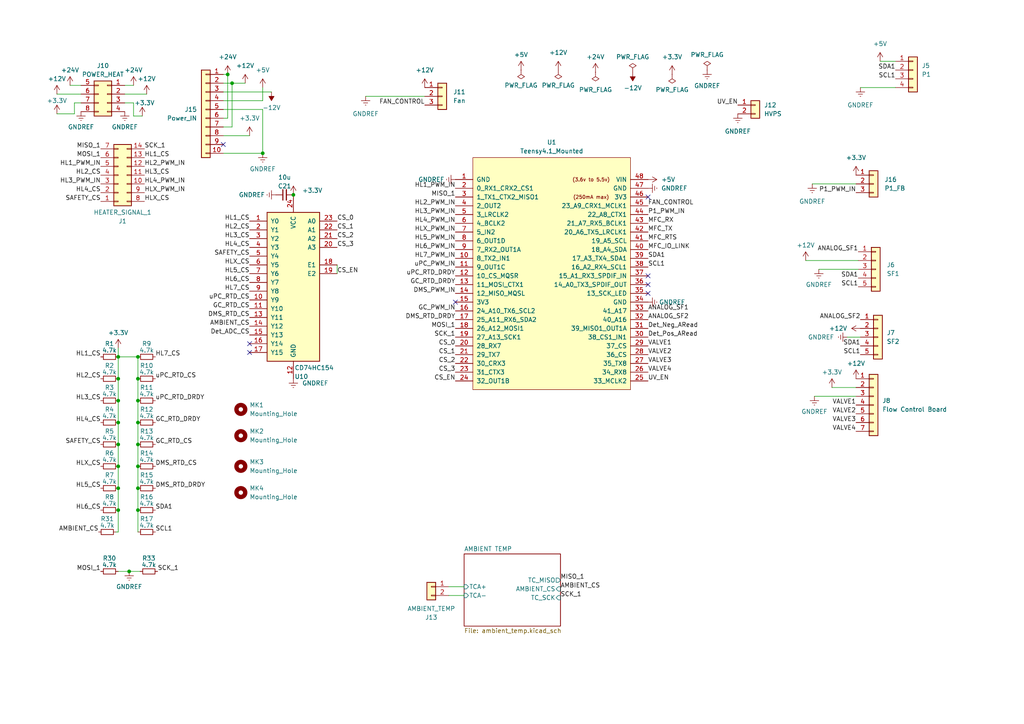
<source format=kicad_sch>
(kicad_sch (version 20250114) (generator "eeschema") (generator_version "9.0")
  (paper "A4")
  (lib_symbols
    (symbol "Connector_Generic:Conn_01x04" (pin_names (offset 1.016) (hide yes))
      (property "Reference" "J" (at 0 5.08 0))
      (property "Value" "Conn_01x04" (at 0 -7.62 0))
      (symbol "Conn_01x04_1_1"
        (rectangle (start -1.27 3.81) (end 1.27 -6.35) (stroke (width 0.254)) (fill (type background)))
        (rectangle (start -1.27 2.667) (end 0 2.413) (stroke (width 0.1524)))
        (rectangle (start -1.27 0.127) (end 0 -0.127) (stroke (width 0.1524)))
        (rectangle (start -1.27 -2.413) (end 0 -2.667) (stroke (width 0.1524)))
        (rectangle (start -1.27 -4.953) (end 0 -5.207) (stroke (width 0.1524)))
        (pin passive line (at -5.08 2.54 0) (length 3.81) (name "Pin_1") (number "1"))
        (pin passive line (at -5.08 0 0) (length 3.81) (name "Pin_2") (number "2"))
        (pin passive line (at -5.08 -2.54 0) (length 3.81) (name "Pin_3") (number "3"))
        (pin passive line (at -5.08 -5.08 0) (length 3.81) (name "Pin_4") (number "4"))
      )
    )
    (symbol "Connector_Generic:Conn_01x05" (pin_names (offset 1.016) (hide yes))
      (property "Reference" "J" (at 0 7.62 0))
      (property "Value" "Conn_01x05" (at 0 -7.62 0))
      (symbol "Conn_01x05_1_1"
        (rectangle (start -1.27 6.35) (end 1.27 -6.35) (stroke (width 0.254)) (fill (type background)))
        (rectangle (start -1.27 5.207) (end 0 4.953) (stroke (width 0.1524)))
        (rectangle (start -1.27 2.667) (end 0 2.413) (stroke (width 0.1524)))
        (rectangle (start -1.27 0.127) (end 0 -0.127) (stroke (width 0.1524)))
        (rectangle (start -1.27 -2.413) (end 0 -2.667) (stroke (width 0.1524)))
        (rectangle (start -1.27 -4.953) (end 0 -5.207) (stroke (width 0.1524)))
        (pin passive line (at -5.08 5.08 0) (length 3.81) (name "Pin_1") (number "1"))
        (pin passive line (at -5.08 2.54 0) (length 3.81) (name "Pin_2") (number "2"))
        (pin passive line (at -5.08 0 0) (length 3.81) (name "Pin_3") (number "3"))
        (pin passive line (at -5.08 -2.54 0) (length 3.81) (name "Pin_4") (number "4"))
        (pin passive line (at -5.08 -5.08 0) (length 3.81) (name "Pin_5") (number "5"))
      )
    )
    (symbol "Connector_Generic:Conn_01x07" (pin_names (offset 1.016) (hide yes))
      (property "Reference" "J" (at 0 10.16 0))
      (property "Value" "Conn_01x07" (at 0 -10.16 0))
      (symbol "Conn_01x07_1_1"
        (rectangle (start -1.27 8.89) (end 1.27 -8.89) (stroke (width 0.254)) (fill (type background)))
        (rectangle (start -1.27 7.747) (end 0 7.493) (stroke (width 0.1524)))
        (rectangle (start -1.27 5.207) (end 0 4.953) (stroke (width 0.1524)))
        (rectangle (start -1.27 2.667) (end 0 2.413) (stroke (width 0.1524)))
        (rectangle (start -1.27 0.127) (end 0 -0.127) (stroke (width 0.1524)))
        (rectangle (start -1.27 -2.413) (end 0 -2.667) (stroke (width 0.1524)))
        (rectangle (start -1.27 -4.953) (end 0 -5.207) (stroke (width 0.1524)))
        (rectangle (start -1.27 -7.493) (end 0 -7.747) (stroke (width 0.1524)))
        (pin passive line (at -5.08 7.62 0) (length 3.81) (name "Pin_1") (number "1"))
        (pin passive line (at -5.08 5.08 0) (length 3.81) (name "Pin_2") (number "2"))
        (pin passive line (at -5.08 2.54 0) (length 3.81) (name "Pin_3") (number "3"))
        (pin passive line (at -5.08 0 0) (length 3.81) (name "Pin_4") (number "4"))
        (pin passive line (at -5.08 -2.54 0) (length 3.81) (name "Pin_5") (number "5"))
        (pin passive line (at -5.08 -5.08 0) (length 3.81) (name "Pin_6") (number "6"))
        (pin passive line (at -5.08 -7.62 0) (length 3.81) (name "Pin_7") (number "7"))
      )
    )
    (symbol "Connector_Generic:Conn_01x10" (pin_names (offset 1.016) (hide yes))
      (property "Reference" "J" (at 0 12.7 0))
      (property "Value" "Conn_01x10" (at 0 -15.24 0))
      (symbol "Conn_01x10_1_1"
        (rectangle (start -1.27 11.43) (end 1.27 -13.97) (stroke (width 0.254)) (fill (type background)))
        (rectangle (start -1.27 10.287) (end 0 10.033) (stroke (width 0.1524)))
        (rectangle (start -1.27 7.747) (end 0 7.493) (stroke (width 0.1524)))
        (rectangle (start -1.27 5.207) (end 0 4.953) (stroke (width 0.1524)))
        (rectangle (start -1.27 2.667) (end 0 2.413) (stroke (width 0.1524)))
        (rectangle (start -1.27 0.127) (end 0 -0.127) (stroke (width 0.1524)))
        (rectangle (start -1.27 -2.413) (end 0 -2.667) (stroke (width 0.1524)))
        (rectangle (start -1.27 -4.953) (end 0 -5.207) (stroke (width 0.1524)))
        (rectangle (start -1.27 -7.493) (end 0 -7.747) (stroke (width 0.1524)))
        (rectangle (start -1.27 -10.033) (end 0 -10.287) (stroke (width 0.1524)))
        (rectangle (start -1.27 -12.573) (end 0 -12.827) (stroke (width 0.1524)))
        (pin passive line (at -5.08 10.16 0) (length 3.81) (name "Pin_1") (number "1"))
        (pin passive line (at -5.08 7.62 0) (length 3.81) (name "Pin_2") (number "2"))
        (pin passive line (at -5.08 5.08 0) (length 3.81) (name "Pin_3") (number "3"))
        (pin passive line (at -5.08 2.54 0) (length 3.81) (name "Pin_4") (number "4"))
        (pin passive line (at -5.08 0 0) (length 3.81) (name "Pin_5") (number "5"))
        (pin passive line (at -5.08 -2.54 0) (length 3.81) (name "Pin_6") (number "6"))
        (pin passive line (at -5.08 -5.08 0) (length 3.81) (name "Pin_7") (number "7"))
        (pin passive line (at -5.08 -7.62 0) (length 3.81) (name "Pin_8") (number "8"))
        (pin passive line (at -5.08 -10.16 0) (length 3.81) (name "Pin_9") (number "9"))
        (pin passive line (at -5.08 -12.7 0) (length 3.81) (name "Pin_10") (number "10"))
      )
    )
    (symbol "Mechanical:MountingHole" (pin_names (offset 1.016))
      (property "Reference" "H" (at 0 5.08 0))
      (property "Value" "MountingHole" (at 0 3.175 0))
      (symbol "MountingHole_0_1"
        (circle (center 0 0) (radius 1.27) (stroke (width 1.27)))
      )
    )
    (symbol "NIH-SCENT:CD74HC154" (pin_names (offset 1.016))
      (property "Reference" "U10" (at -0.3459 -27.305 0))
      (property "Value" "CD74HC154" (at -0.3459 -24.765 0))
      (symbol "CD74HC154_1_0"
        (pin input line (at -12.7 17.78 0) (length 5.08) (name "A0") (number "23"))
        (pin input line (at -12.7 15.24 0) (length 5.08) (name "A1") (number "22"))
        (pin input line (at -12.7 12.7 0) (length 5.08) (name "A2") (number "21"))
        (pin input line (at -12.7 10.16 0) (length 5.08) (name "A3") (number "20"))
        (pin input line (at -12.7 5.08 0) (length 5.08) (name "E1") (number "18"))
        (pin input line (at -12.7 2.54 0) (length 5.08) (name "E2") (number "19"))
        (pin power_in line (at 0 25.4 270) (length 5.08) (name "VCC") (number "24"))
        (pin power_in line (at 0 -27.94 90) (length 5.08) (name "GND") (number "12"))
        (pin output line (at 12.7 17.78 180) (length 5.08) (name "Y0") (number "1"))
        (pin output line (at 12.7 15.24 180) (length 5.08) (name "Y1") (number "2"))
        (pin output line (at 12.7 12.7 180) (length 5.08) (name "Y2") (number "3"))
        (pin output line (at 12.7 10.16 180) (length 5.08) (name "Y3") (number "4"))
        (pin output line (at 12.7 7.62 180) (length 5.08) (name "Y4") (number "5"))
        (pin output line (at 12.7 5.08 180) (length 5.08) (name "Y5") (number "6"))
        (pin output line (at 12.7 2.54 180) (length 5.08) (name "Y6") (number "7"))
        (pin output line (at 12.7 0 180) (length 5.08) (name "Y7") (number "8"))
        (pin output line (at 12.7 -2.54 180) (length 5.08) (name "Y8") (number "9"))
        (pin output line (at 12.7 -5.08 180) (length 5.08) (name "Y9") (number "10"))
        (pin output line (at 12.7 -7.62 180) (length 5.08) (name "Y10") (number "11"))
        (pin output line (at 12.7 -10.16 180) (length 5.08) (name "Y11") (number "13"))
        (pin output line (at 12.7 -12.7 180) (length 5.08) (name "Y12") (number "14"))
        (pin output line (at 12.7 -15.24 180) (length 5.08) (name "Y13") (number "15"))
        (pin output line (at 12.7 -17.78 180) (length 5.08) (name "Y14") (number "16"))
        (pin output line (at 12.7 -20.32 180) (length 5.08) (name "Y15") (number "17"))
      )
      (symbol "CD74HC154_1_1"
        (rectangle (start -7.62 20.32) (end 7.62 -22.86) (stroke (width 0.254)) (fill (type background)))
      )
    )
    (symbol "NIH-SCENT:Teensy4.1_Mounted" (pin_names (offset 1.016))
      (property "Reference" "U1" (at 0 65.405 0))
      (property "Value" "Teensy4.1_Mounted" (at 0 62.865 0))
      (symbol "Teensy4.1_Mounted_0_0"
        (text "(3.6v to 5.5v)" (at 11.43 54.61 0) (effects (font (size 1.016 1.016))))
        (text "(250mA max)" (at 11.43 49.53 0) (effects (font (size 1.016 1.016))))
        (pin bidirectional line (at -27.94 44.45 0) (length 5.08) (name "3_LRCLK2") (number "5"))
        (pin bidirectional line (at -27.94 41.91 0) (length 5.08) (name "4_BCLK2") (number "6"))
        (pin bidirectional line (at -27.94 39.37 0) (length 5.08) (name "5_IN2") (number "7"))
        (pin bidirectional line (at -27.94 36.83 0) (length 5.08) (name "6_OUT1D") (number "8"))
        (pin bidirectional line (at -27.94 34.29 0) (length 5.08) (name "7_RX2_OUT1A") (number "9"))
        (pin bidirectional line (at -27.94 31.75 0) (length 5.08) (name "8_TX2_IN1") (number "10"))
        (pin bidirectional line (at -27.94 29.21 0) (length 5.08) (name "9_OUT1C") (number "11"))
        (pin bidirectional line (at -27.94 26.67 0) (length 5.08) (name "10_CS_MQSR") (number "12"))
        (pin bidirectional line (at -27.94 24.13 0) (length 5.08) (name "11_MOSI_CTX1") (number "13"))
        (pin bidirectional line (at -27.94 21.59 0) (length 5.08) (name "12_MISO_MQSL") (number "14"))
        (pin power_in line (at -27.94 19.05 0) (length 5.08) (name "3V3") (number "15"))
        (pin bidirectional line (at -27.94 16.51 0) (length 5.08) (name "24_A10_TX6_SCL2") (number "16"))
        (pin bidirectional line (at -27.94 13.97 0) (length 5.08) (name "25_A11_RX6_SDA2") (number "17"))
        (pin bidirectional line (at -27.94 11.43 0) (length 5.08) (name "26_A12_MOSI1") (number "18"))
        (pin bidirectional line (at -27.94 8.89 0) (length 5.08) (name "27_A13_SCK1") (number "19"))
        (pin bidirectional line (at -27.94 6.35 0) (length 5.08) (name "28_RX7") (number "20"))
        (pin bidirectional line (at -27.94 3.81 0) (length 5.08) (name "29_TX7") (number "21"))
        (pin bidirectional line (at -27.94 1.27 0) (length 5.08) (name "30_CRX3") (number "22"))
        (pin bidirectional line (at -27.94 -1.27 0) (length 5.08) (name "31_CTX3") (number "23"))
        (pin bidirectional line (at -27.94 -3.81 0) (length 5.08) (name "32_OUT1B") (number "24"))
        (pin power_in line (at 27.94 54.61 180) (length 5.08) (name "VIN") (number "48"))
        (pin bidirectional line (at 27.94 46.99 180) (length 5.08) (name "23_A9_CRX1_MCLK1") (number "45"))
        (pin bidirectional line (at 27.94 44.45 180) (length 5.08) (name "22_A8_CTX1") (number "44"))
        (pin bidirectional line (at 27.94 41.91 180) (length 5.08) (name "21_A7_RX5_BCLK1") (number "43"))
        (pin bidirectional line (at 27.94 39.37 180) (length 5.08) (name "20_A6_TX5_LRCLK1") (number "42"))
        (pin bidirectional line (at 27.94 36.83 180) (length 5.08) (name "19_A5_SCL") (number "41"))
        (pin bidirectional line (at 27.94 34.29 180) (length 5.08) (name "18_A4_SDA") (number "40"))
        (pin bidirectional line (at 27.94 31.75 180) (length 5.08) (name "17_A3_TX4_SDA1") (number "39"))
        (pin bidirectional line (at 27.94 29.21 180) (length 5.08) (name "16_A2_RX4_SCL1") (number "38"))
        (pin bidirectional line (at 27.94 26.67 180) (length 5.08) (name "15_A1_RX3_SPDIF_IN") (number "37"))
        (pin bidirectional line (at 27.94 24.13 180) (length 5.08) (name "14_A0_TX3_SPDIF_OUT") (number "36"))
        (pin bidirectional line (at 27.94 21.59 180) (length 5.08) (name "13_SCK_LED") (number "35"))
        (pin bidirectional line (at 27.94 16.51 180) (length 5.08) (name "41_A17") (number "33"))
        (pin bidirectional line (at 27.94 13.97 180) (length 5.08) (name "40_A16") (number "32"))
        (pin bidirectional line (at 27.94 11.43 180) (length 5.08) (name "39_MISO1_OUT1A") (number "31"))
        (pin bidirectional line (at 27.94 8.89 180) (length 5.08) (name "38_CS1_IN1") (number "30"))
        (pin bidirectional line (at 27.94 6.35 180) (length 5.08) (name "37_CS") (number "29"))
        (pin bidirectional line (at 27.94 3.81 180) (length 5.08) (name "36_CS") (number "28"))
        (pin bidirectional line (at 27.94 1.27 180) (length 5.08) (name "35_TX8") (number "27"))
        (pin bidirectional line (at 27.94 -1.27 180) (length 5.08) (name "34_RX8") (number "26"))
        (pin bidirectional line (at 27.94 -3.81 180) (length 5.08) (name "33_MCLK2") (number "25"))
      )
      (symbol "Teensy4.1_Mounted_0_1"
        (rectangle (start -20.32 -1.27) (end -20.32 -1.27))
      )
      (symbol "Teensy4.1_Mounted_1_0"
        (pin power_in line (at 27.94 52.07 180) (length 5.08) (name "GND") (number "47"))
        (pin power_out line (at 27.94 49.53 180) (length 5.08) (name "3V3") (number "46"))
      )
      (symbol "Teensy4.1_Mounted_1_1"
        (rectangle (start -22.86 60.96) (end 22.86 -6.35) (fill (type background)))
        (pin power_in line (at -27.94 54.61 0) (length 5.08) (name "GND") (number "1"))
        (pin bidirectional line (at -27.94 52.07 0) (length 5.08) (name "0_RX1_CRX2_CS1") (number "2"))
        (pin bidirectional line (at -27.94 49.53 0) (length 5.08) (name "1_TX1_CTX2_MISO1") (number "3"))
        (pin bidirectional line (at -27.94 46.99 0) (length 5.08) (name "2_OUT2") (number "4"))
        (pin power_in line (at 27.94 19.05 180) (length 5.08) (name "GND") (number "34"))
      )
    )
    (symbol "NYSEARCH:R_Small" (pin_numbers (hide yes)) (pin_names (offset 0.254) (hide yes))
      (property "Reference" "R" (at 0.762 0.508 0))
      (property "Value" "R_Small" (at 0.762 -1.016 0))
      (symbol "R_Small_0_1"
        (rectangle (start -0.762 1.778) (end 0.762 -1.778) (stroke (width 0.2032)))
      )
      (symbol "R_Small_1_1"
        (pin passive line (at 0 2.54 270) (length 0.762) (name "~") (number "1"))
        (pin passive line (at 0 -2.54 90) (length 0.762) (name "~") (number "2"))
      )
    )
    (symbol "Shoebox:C_Small" (pin_numbers (hide yes)) (pin_names (offset 0.254) (hide yes))
      (property "Reference" "C" (at 0.254 1.778 0))
      (property "Value" "C_Small" (at 0.254 -2.032 0))
      (symbol "C_Small_0_1"
        (polyline (pts (xy -1.524 0.508) (xy 1.524 0.508)) (stroke (width 0.3048)))
        (polyline (pts (xy -1.524 -0.508) (xy 1.524 -0.508)) (stroke (width 0.3302)))
      )
      (symbol "C_Small_1_1"
        (pin passive line (at 0 2.54 270) (length 2.032) (name "~") (number "1"))
        (pin passive line (at 0 -2.54 90) (length 2.032) (name "~") (number "2"))
      )
    )
    (symbol "conn:Conn_01x02" (pin_names (offset 1.016) (hide yes))
      (property "Reference" "J" (at 0 2.54 0))
      (property "Value" "Conn_01x02" (at 0 -5.08 0))
      (symbol "Conn_01x02_1_1"
        (rectangle (start -1.27 1.27) (end 1.27 -3.81) (stroke (width 0.254)) (fill (type background)))
        (rectangle (start -1.27 0.127) (end 0 -0.127) (stroke (width 0.1524)))
        (rectangle (start -1.27 -2.413) (end 0 -2.667) (stroke (width 0.1524)))
        (pin passive line (at -5.08 0 0) (length 3.81) (name "Pin_1") (number "1"))
        (pin passive line (at -5.08 -2.54 0) (length 3.81) (name "Pin_2") (number "2"))
      )
    )
    (symbol "conn:Conn_01x03" (pin_names (offset 1.016) (hide yes))
      (property "Reference" "J" (at 0 5.08 0))
      (property "Value" "Conn_01x03" (at 0 -5.08 0))
      (symbol "Conn_01x03_1_1"
        (rectangle (start -1.27 3.81) (end 1.27 -3.81) (stroke (width 0.254)) (fill (type background)))
        (rectangle (start -1.27 2.667) (end 0 2.413) (stroke (width 0.1524)))
        (rectangle (start -1.27 0.127) (end 0 -0.127) (stroke (width 0.1524)))
        (rectangle (start -1.27 -2.413) (end 0 -2.667) (stroke (width 0.1524)))
        (pin passive line (at -5.08 2.54 0) (length 3.81) (name "Pin_1") (number "1"))
        (pin passive line (at -5.08 0 0) (length 3.81) (name "Pin_2") (number "2"))
        (pin passive line (at -5.08 -2.54 0) (length 3.81) (name "Pin_3") (number "3"))
      )
    )
    (symbol "conn:Conn_02x04_Top_Bottom" (pin_names (offset 1.016) (hide yes))
      (property "Reference" "J" (at 1.27 5.08 0))
      (property "Value" "Conn_02x04_Top_Bottom" (at 1.27 -7.62 0))
      (symbol "Conn_02x04_Top_Bottom_1_1"
        (rectangle (start -1.27 3.81) (end 3.81 -6.35) (stroke (width 0.254)) (fill (type background)))
        (rectangle (start -1.27 2.667) (end 0 2.413) (stroke (width 0.1524)))
        (rectangle (start -1.27 0.127) (end 0 -0.127) (stroke (width 0.1524)))
        (rectangle (start -1.27 -2.413) (end 0 -2.667) (stroke (width 0.1524)))
        (rectangle (start -1.27 -4.953) (end 0 -5.207) (stroke (width 0.1524)))
        (rectangle (start 3.81 2.667) (end 2.54 2.413) (stroke (width 0.1524)))
        (rectangle (start 3.81 0.127) (end 2.54 -0.127) (stroke (width 0.1524)))
        (rectangle (start 3.81 -2.413) (end 2.54 -2.667) (stroke (width 0.1524)))
        (rectangle (start 3.81 -4.953) (end 2.54 -5.207) (stroke (width 0.1524)))
        (pin passive line (at -5.08 2.54 0) (length 3.81) (name "Pin_1") (number "1"))
        (pin passive line (at -5.08 0 0) (length 3.81) (name "Pin_2") (number "2"))
        (pin passive line (at -5.08 -2.54 0) (length 3.81) (name "Pin_3") (number "3"))
        (pin passive line (at -5.08 -5.08 0) (length 3.81) (name "Pin_4") (number "4"))
        (pin passive line (at 7.62 2.54 180) (length 3.81) (name "Pin_5") (number "5"))
        (pin passive line (at 7.62 0 180) (length 3.81) (name "Pin_6") (number "6"))
        (pin passive line (at 7.62 -2.54 180) (length 3.81) (name "Pin_7") (number "7"))
        (pin passive line (at 7.62 -5.08 180) (length 3.81) (name "Pin_8") (number "8"))
      )
    )
    (symbol "conn:Conn_02x07_Top_Bottom" (pin_names (offset 1.016) (hide yes))
      (property "Reference" "J" (at 1.27 10.16 0))
      (property "Value" "Conn_02x07_Top_Bottom" (at 1.27 -10.16 0))
      (symbol "Conn_02x07_Top_Bottom_1_1"
        (rectangle (start -1.27 8.89) (end 3.81 -8.89) (stroke (width 0.254)) (fill (type background)))
        (rectangle (start -1.27 7.747) (end 0 7.493) (stroke (width 0.1524)))
        (rectangle (start -1.27 5.207) (end 0 4.953) (stroke (width 0.1524)))
        (rectangle (start -1.27 2.667) (end 0 2.413) (stroke (width 0.1524)))
        (rectangle (start -1.27 0.127) (end 0 -0.127) (stroke (width 0.1524)))
        (rectangle (start -1.27 -2.413) (end 0 -2.667) (stroke (width 0.1524)))
        (rectangle (start -1.27 -4.953) (end 0 -5.207) (stroke (width 0.1524)))
        (rectangle (start -1.27 -7.493) (end 0 -7.747) (stroke (width 0.1524)))
        (rectangle (start 3.81 7.747) (end 2.54 7.493) (stroke (width 0.1524)))
        (rectangle (start 3.81 5.207) (end 2.54 4.953) (stroke (width 0.1524)))
        (rectangle (start 3.81 2.667) (end 2.54 2.413) (stroke (width 0.1524)))
        (rectangle (start 3.81 0.127) (end 2.54 -0.127) (stroke (width 0.1524)))
        (rectangle (start 3.81 -2.413) (end 2.54 -2.667) (stroke (width 0.1524)))
        (rectangle (start 3.81 -4.953) (end 2.54 -5.207) (stroke (width 0.1524)))
        (rectangle (start 3.81 -7.493) (end 2.54 -7.747) (stroke (width 0.1524)))
        (pin passive line (at -5.08 7.62 0) (length 3.81) (name "Pin_1") (number "1"))
        (pin passive line (at -5.08 5.08 0) (length 3.81) (name "Pin_2") (number "2"))
        (pin passive line (at -5.08 2.54 0) (length 3.81) (name "Pin_3") (number "3"))
        (pin passive line (at -5.08 0 0) (length 3.81) (name "Pin_4") (number "4"))
        (pin passive line (at -5.08 -2.54 0) (length 3.81) (name "Pin_5") (number "5"))
        (pin passive line (at -5.08 -5.08 0) (length 3.81) (name "Pin_6") (number "6"))
        (pin passive line (at -5.08 -7.62 0) (length 3.81) (name "Pin_7") (number "7"))
        (pin passive line (at 7.62 7.62 180) (length 3.81) (name "Pin_8") (number "8"))
        (pin passive line (at 7.62 5.08 180) (length 3.81) (name "Pin_9") (number "9"))
        (pin passive line (at 7.62 2.54 180) (length 3.81) (name "Pin_10") (number "10"))
        (pin passive line (at 7.62 0 180) (length 3.81) (name "Pin_11") (number "11"))
        (pin passive line (at 7.62 -2.54 180) (length 3.81) (name "Pin_12") (number "12"))
        (pin passive line (at 7.62 -5.08 180) (length 3.81) (name "Pin_13") (number "13"))
        (pin passive line (at 7.62 -7.62 180) (length 3.81) (name "Pin_14") (number "14"))
      )
    )
    (symbol "power:+12V" (power) (pin_names (offset 0))
      (property "Value" "+12V" (at 0 3.556 0))
      (symbol "+12V_0_1"
        (polyline (pts (xy -0.762 1.27) (xy 0 2.54)))
        (polyline (pts (xy 0 2.54) (xy 0.762 1.27)))
        (polyline (pts (xy 0 0) (xy 0 2.54)))
      )
      (symbol "+12V_1_1"
        (pin power_in line (at 0 0 90) (length 0) (hide yes) (name "+12V") (number "1"))
      )
    )
    (symbol "power:+24V" (power) (pin_names (offset 0))
      (property "Value" "+24V" (at 0 3.556 0))
      (symbol "+24V_0_1"
        (polyline (pts (xy -0.762 1.27) (xy 0 2.54)))
        (polyline (pts (xy 0 2.54) (xy 0.762 1.27)))
        (polyline (pts (xy 0 0) (xy 0 2.54)))
      )
      (symbol "+24V_1_1"
        (pin power_in line (at 0 0 90) (length 0) (hide yes) (name "+24V") (number "1"))
      )
    )
    (symbol "power:+3.3V" (power) (pin_names (offset 0))
      (property "Value" "+3.3V" (at 0 3.556 0))
      (symbol "+3.3V_0_1"
        (polyline (pts (xy -0.762 1.27) (xy 0 2.54)))
        (polyline (pts (xy 0 2.54) (xy 0.762 1.27)))
        (polyline (pts (xy 0 0) (xy 0 2.54)))
      )
      (symbol "+3.3V_1_1"
        (pin power_in line (at 0 0 90) (length 0) (hide yes) (name "+3.3V") (number "1"))
      )
    )
    (symbol "power:+5V" (power) (pin_names (offset 0))
      (property "Value" "+5V" (at 0 3.556 0))
      (symbol "+5V_0_1"
        (polyline (pts (xy -0.762 1.27) (xy 0 2.54)))
        (polyline (pts (xy 0 2.54) (xy 0.762 1.27)))
        (polyline (pts (xy 0 0) (xy 0 2.54)))
      )
      (symbol "+5V_1_1"
        (pin power_in line (at 0 0 90) (length 0) (hide yes) (name "+5V") (number "1"))
      )
    )
    (symbol "power:-12V" (power) (pin_names (offset 0))
      (property "Value" "-12V" (at 0 3.81 0))
      (symbol "-12V_0_0"
        (pin power_in line (at 0 0 90) (length 0) (hide yes) (name "-12V") (number "1"))
      )
      (symbol "-12V_0_1"
        (polyline (pts (xy 0 0) (xy 0 1.27) (xy 0.762 1.27) (xy 0 2.54) (xy -0.762 1.27) (xy 0 1.27)) (fill (type outline)))
      )
    )
    (symbol "power:GNDREF" (power) (pin_names (offset 0))
      (property "Value" "GNDREF" (at 0 -3.81 0))
      (symbol "GNDREF_0_1"
        (polyline (pts (xy -0.635 -1.905) (xy 0.635 -1.905)))
        (polyline (pts (xy -0.127 -2.54) (xy 0.127 -2.54)))
        (polyline (pts (xy 0 -1.27) (xy 0 0)))
        (polyline (pts (xy 1.27 -1.27) (xy -1.27 -1.27)))
      )
      (symbol "GNDREF_1_1"
        (pin power_in line (at 0 0 270) (length 0) (hide yes) (name "GNDREF") (number "1"))
      )
    )
    (symbol "power:PWR_FLAG" (power) (pin_numbers (hide yes)) (pin_names (offset 0) (hide yes))
      (property "Value" "PWR_FLAG" (at 0 3.81 0))
      (symbol "PWR_FLAG_0_0"
        (pin power_out line (at 0 0 90) (length 0) (name "pwr") (number "1"))
      )
      (symbol "PWR_FLAG_0_1"
        (polyline (pts (xy 0 0) (xy 0 1.27) (xy -1.016 1.905) (xy 0 2.54) (xy 1.016 1.905) (xy 0 1.27)))
      )
    )
  )
  (junction (at 34.29 141.605))
  (junction (at 34.29 116.205))
  (junction (at 40.005 122.555))
  (junction (at 67.31 24.13))
  (junction (at 34.29 103.505))
  (junction (at 76.2 44.45))
  (junction (at 34.29 122.555))
  (junction (at 40.005 147.955))
  (junction (at 40.005 135.255))
  (junction (at 40.005 103.505))
  (junction (at 40.005 109.855))
  (junction (at 37.465 165.735))
  (junction (at 34.29 135.255))
  (junction (at 66.04 21.59))
  (junction (at 40.005 128.905))
  (junction (at 34.29 128.905))
  (junction (at 85.09 56.515))
  (junction (at 34.29 109.855))
  (junction (at 34.29 147.955))
  (junction (at 40.005 116.205))
  (junction (at 40.005 141.605))
  (no_connect (at 64.77 41.91))
  (no_connect (at 72.39 99.695))
  (no_connect (at 187.96 85.09))
  (no_connect (at 72.39 102.235))
  (no_connect (at 187.96 57.15))
  (no_connect (at 132.08 87.63))
  (no_connect (at 187.96 80.01))
  (no_connect (at 187.96 82.55))
  (wire (pts (xy 21.59 29.845) (xy 23.495 29.845)))
  (wire (pts (xy 40.005 116.205) (xy 40.005 109.855)))
  (wire (pts (xy 40.005 147.955) (xy 40.005 154.305)))
  (wire (pts (xy 64.77 39.37) (xy 72.39 39.37)))
  (wire (pts (xy 16.51 27.305) (xy 23.495 27.305)))
  (wire (pts (xy 130.175 172.72) (xy 134.62 172.72)))
  (wire (pts (xy 40.005 141.605) (xy 40.005 135.255)))
  (wire (pts (xy 34.29 116.205) (xy 34.29 122.555)))
  (wire (pts (xy 67.31 36.83) (xy 64.77 36.83)))
  (wire (pts (xy 237.49 78.105) (xy 248.92 78.105)))
  (wire (pts (xy 40.005 109.855) (xy 40.005 103.505)))
  (wire (pts (xy 38.735 29.845) (xy 36.195 29.845)))
  (wire (pts (xy 76.2 31.75) (xy 76.2 44.45)))
  (wire (pts (xy 64.77 34.29) (xy 66.04 34.29)))
  (wire (pts (xy 38.735 24.765) (xy 36.195 24.765)))
  (wire (pts (xy 34.29 141.605) (xy 34.29 147.955)))
  (wire (pts (xy 245.745 97.79) (xy 249.555 97.79)))
  (wire (pts (xy 64.77 31.75) (xy 76.2 31.75)))
  (wire (pts (xy 130.175 170.18) (xy 134.62 170.18)))
  (wire (pts (xy 76.2 25.4) (xy 76.2 29.21)))
  (wire (pts (xy 66.04 21.59) (xy 64.77 21.59)))
  (wire (pts (xy 34.29 109.855) (xy 34.29 116.205)))
  (wire (pts (xy 34.29 154.305) (xy 34.29 147.955)))
  (wire (pts (xy 34.29 135.255) (xy 34.29 141.605)))
  (wire (pts (xy 42.545 27.305) (xy 36.195 27.305)))
  (wire (pts (xy 40.005 128.905) (xy 40.005 122.555)))
  (wire (pts (xy 233.68 75.565) (xy 248.92 75.565)))
  (wire (pts (xy 21.59 33.02) (xy 21.59 29.845)))
  (wire (pts (xy 66.04 34.29) (xy 66.04 21.59)))
  (wire (pts (xy 34.29 103.505) (xy 34.29 109.855)))
  (wire (pts (xy 20.32 24.765) (xy 23.495 24.765)))
  (wire (pts (xy 34.29 165.735) (xy 37.465 165.735)))
  (wire (pts (xy 40.005 141.605) (xy 40.005 147.955)))
  (wire (pts (xy 64.77 29.21) (xy 76.2 29.21)))
  (wire (pts (xy 40.005 135.255) (xy 40.005 128.905)))
  (wire (pts (xy 34.29 128.905) (xy 34.29 135.255)))
  (wire (pts (xy 67.31 36.83) (xy 67.31 24.13)))
  (wire (pts (xy 34.29 100.965) (xy 34.29 103.505)))
  (wire (pts (xy 106.045 27.94) (xy 123.19 27.94)))
  (wire (pts (xy 76.2 44.45) (xy 64.77 44.45)))
  (wire (pts (xy 40.005 122.555) (xy 40.005 116.205)))
  (wire (pts (xy 16.51 33.02) (xy 21.59 33.02)))
  (wire (pts (xy 64.77 24.13) (xy 67.31 24.13)))
  (wire (pts (xy 235.585 53.34) (xy 248.285 53.34)))
  (wire (pts (xy 64.77 26.67) (xy 78.74 26.67)))
  (wire (pts (xy 241.3 112.395) (xy 248.285 112.395)))
  (wire (pts (xy 41.275 33.655) (xy 38.735 33.655)))
  (wire (pts (xy 236.22 114.935) (xy 248.285 114.935)))
  (wire (pts (xy 37.465 165.735) (xy 40.64 165.735)))
  (wire (pts (xy 67.31 24.13) (xy 71.12 24.13)))
  (wire (pts (xy 249.555 25.4) (xy 259.715 25.4)))
  (wire (pts (xy 255.27 17.78) (xy 259.715 17.78)))
  (wire (pts (xy 33.655 154.305) (xy 34.29 154.305)))
  (wire (pts (xy 38.735 33.655) (xy 38.735 29.845)))
  (wire (pts (xy 97.79 79.375) (xy 97.79 76.835)))
  (wire (pts (xy 34.29 122.555) (xy 34.29 128.905)))
  (wire (pts (xy 40.005 103.505) (xy 34.29 103.505)))
  (label "SDA1" (at 249.555 100.33 180))
  (label "SAFETY_CS" (at 72.39 74.295 180))
  (label "uPC_PWM_IN" (at 132.08 77.47 180))
  (label "VALVE4" (at 187.96 107.95 0))
  (label "CS_3" (at 97.79 71.755 0))
  (label "HLX_CS" (at 29.21 135.255 180))
  (label "HL3_PWM_IN" (at 132.08 62.23 180))
  (label "HL1_CS" (at 29.21 103.505 180))
  (label "SCK_1" (at 162.56 173.355 0))
  (label "HL3_CS" (at 41.91 50.8 0))
  (label "uPC_RTD_DRDY" (at 45.085 116.205 0))
  (label "AMBIENT_CS" (at 72.39 94.615 180))
  (label "HL6_PWM_IN" (at 132.08 72.39 180))
  (label "P1_PWM_IN" (at 248.285 55.88 180))
  (label "HL2_CS" (at 29.21 109.855 180))
  (label "HLX_PWM_IN" (at 132.08 67.31 180))
  (label "SCK_1" (at 132.08 97.79 180))
  (label "MFC_RX" (at 187.96 64.77 0))
  (label "HL7_PWM_IN" (at 132.08 74.93 180))
  (label "DMS_RTD_DRDY" (at 132.08 92.71 180))
  (label "GC_RTD_DRDY" (at 132.08 82.55 180))
  (label "HL7_CS" (at 45.085 103.505 0))
  (label "HL6_CS" (at 72.39 81.915 180))
  (label "CS_EN" (at 97.79 79.375 0))
  (label "HL1_PWM_IN" (at 132.08 54.61 180))
  (label "MFC_IO_LINK" (at 187.96 72.39 0))
  (label "VALVE1" (at 187.96 100.33 0))
  (label "P1_PWM_IN" (at 187.96 62.23 0))
  (label "MOSI_1" (at 29.21 45.72 180))
  (label "HL2_CS" (at 72.39 66.675 180))
  (label "HL4_CS" (at 29.21 122.555 180))
  (label "ANALOG_SF2" (at 187.96 92.71 0))
  (label "HL3_PWM_IN" (at 29.21 53.34 180))
  (label "MFC_RTS" (at 187.96 69.85 0))
  (label "SCK_1" (at 45.72 165.735 0))
  (label "DMS_RTD_DRDY" (at 45.085 141.605 0))
  (label "DMS_RTD_CS" (at 45.085 135.255 0))
  (label "CS_3" (at 132.08 107.95 180))
  (label "HL4_PWM_IN" (at 41.91 53.34 0))
  (label "MISO_1" (at 29.21 43.18 180))
  (label "ANALOG_SF1" (at 248.92 73.025 180))
  (label "MISO_1" (at 162.56 168.275 0))
  (label "ANALOG_SF2" (at 249.555 92.71 180))
  (label "HL4_PWM_IN" (at 132.08 64.77 180))
  (label "ANALOG_SF1" (at 187.96 90.17 0))
  (label "AMBIENT_CS" (at 162.56 170.815 0))
  (label "SAFETY_CS" (at 29.21 128.905 180))
  (label "GC_RTD_DRDY" (at 45.085 122.555 0))
  (label "HL3_CS" (at 29.21 116.205 180))
  (label "CS_EN" (at 132.08 110.49 180))
  (label "HL1_PWM_IN" (at 29.21 48.26 180))
  (label "HL1_CS" (at 41.91 45.72 0))
  (label "SDA1" (at 248.92 80.645 180))
  (label "HL7_CS" (at 72.39 84.455 180))
  (label "SCL1" (at 249.555 102.87 180))
  (label "HLX_CS" (at 72.39 76.835 180))
  (label "CS_2" (at 97.79 69.215 0))
  (label "HL3_CS" (at 72.39 69.215 180))
  (label "CS_0" (at 97.79 64.135 0))
  (label "HL6_CS" (at 29.21 147.955 180))
  (label "HL4_CS" (at 72.39 71.755 180))
  (label "VALVE1" (at 248.285 117.475 180))
  (label "HL2_CS" (at 29.21 50.8 180))
  (label "VALVE2" (at 248.285 120.015 180))
  (label "CS_1" (at 97.79 66.675 0))
  (label "HLX_CS" (at 41.91 58.42 0))
  (label "GC_PWM_IN" (at 132.08 90.17 180))
  (label "HL4_CS" (at 29.21 55.88 180))
  (label "HL5_PWM_IN" (at 132.08 69.85 180))
  (label "uPC_RTD_CS" (at 72.39 86.995 180))
  (label "SDA1" (at 187.96 74.93 0))
  (label "VALVE3" (at 187.96 105.41 0))
  (label "CS_0" (at 132.08 100.33 180))
  (label "VALVE2" (at 187.96 102.87 0))
  (label "HL5_CS" (at 72.39 79.375 180))
  (label "uPC_RTD_CS" (at 45.085 109.855 0))
  (label "CS_2" (at 132.08 105.41 180))
  (label "Det_Neg_ARead" (at 187.96 95.25 0))
  (label "VALVE3" (at 248.285 122.555 180))
  (label "HL2_PWM_IN" (at 41.91 48.26 0))
  (label "FAN_CONTROL" (at 187.96 59.69 0))
  (label "SCL1" (at 248.92 83.185 180))
  (label "MOSI_1" (at 29.21 165.735 180))
  (label "SCL1" (at 45.085 154.305 0))
  (label "SCL1" (at 259.715 22.86 180))
  (label "GC_RTD_CS" (at 72.39 89.535 180))
  (label "UV_EN" (at 213.995 30.48 180))
  (label "DMS_PWM_IN" (at 132.08 85.09 180))
  (label "Det_Pos_ARead" (at 187.96 97.79 0))
  (label "MISO_1" (at 132.08 57.15 180))
  (label "HL5_CS" (at 29.21 141.605 180))
  (label "SCK_1" (at 41.91 43.18 0))
  (label "HL1_CS" (at 72.39 64.135 180))
  (label "DMS_RTD_CS" (at 72.39 92.075 180))
  (label "MOSI_1" (at 132.08 95.25 180))
  (label "HLX_PWM_IN" (at 41.91 55.88 0))
  (label "MFC_TX" (at 187.96 67.31 0))
  (label "VALVE4" (at 248.285 125.095 180))
  (label "SCL1" (at 187.96 77.47 0))
  (label "UV_EN" (at 187.96 110.49 0))
  (label "uPC_RTD_DRDY" (at 132.08 80.01 180))
  (label "GC_RTD_CS" (at 45.085 128.905 0))
  (label "AMBIENT_CS" (at 28.575 154.305 180))
  (label "HL2_PWM_IN" (at 132.08 59.69 180))
  (label "FAN_CONTROL" (at 123.19 30.48 180))
  (label "CS_1" (at 132.08 102.87 180))
  (label "SAFETY_CS" (at 29.21 58.42 180))
  (label "Det_ADC_CS" (at 72.39 97.155 180))
  (label "SDA1" (at 259.715 20.32 180))
  (label "SDA1" (at 45.085 147.955 0))
  (symbol (lib_id "conn:Conn_02x04_Top_Bottom") (at 31.115 27.305 0) (mirror y) (unit 1)
    (property "Reference" "J10" (at 29.845 19.05 0))
    (property "Value" "POWER_HEAT" (at 29.845 21.59 0))
    (property "Footprint" "Connector_Molex:Molex_Micro-Fit_3.0_43045-0800_2x04_P3.00mm_Horizontal" (effects (hide yes)))
  )
  (symbol (lib_id "power:+12V") (at 161.925 20.32 0) (mirror y) (unit 1)
    (property "Reference" "#PWR077" (effects (hide yes)))
    (property "Value" "+12V" (at 161.925 15.24 0))
  )
  (symbol (lib_id "Connector_Generic:Conn_01x05") (at 254 78.105 0) (unit 1)
    (property "Reference" "J6" (at 257.175 76.835 0) (effects (justify left)))
    (property "Value" "SF1" (at 257.175 79.375 0) (effects (justify left)))
    (property "Footprint" "Connector_Molex:Molex_Micro-Fit_3.0_43650-0500_1x05_P3.00mm_Horizontal" (effects (hide yes)))
  )
  (symbol (lib_id "power:GNDREF") (at 132.08 52.07 270) (unit 1)
    (property "Reference" "#PWR074" (effects (hide yes)))
    (property "Value" "GNDREF" (at 128.905 52.07 90) (effects (justify right)))
  )
  (symbol (lib_id "power:GNDREF") (at 37.465 165.735 0) (unit 1)
    (property "Reference" "#PWR083" (effects (hide yes)))
    (property "Value" "GNDREF" (at 37.465 170.18 0))
  )
  (symbol (lib_id "conn:Conn_01x02") (at 219.075 30.48 0) (unit 1)
    (property "Reference" "J12" (at 221.615 30.48 0) (effects (justify left)))
    (property "Value" "HVPS" (at 221.615 33.02 0) (effects (justify left)))
    (property "Footprint" "Connector_Molex:Molex_Micro-Fit_3.0_43650-0200_1x02_P3.00mm_Horizontal" (effects (hide yes)))
  )
  (symbol (lib_id "power:+12V") (at 248.285 109.855 0) (unit 1)
    (property "Reference" "#PWR08" (effects (hide yes)))
    (property "Value" "+12V" (at 248.285 105.41 0))
  )
  (symbol (lib_id "power:+12V") (at 16.51 27.305 0) (unit 1)
    (property "Reference" "#PWR014" (effects (hide yes)))
    (property "Value" "+12V" (at 16.51 22.86 0))
  )
  (symbol (lib_id "NYSEARCH:R_Small") (at 31.75 103.505 90) (unit 1)
    (property "Reference" "R1" (at 31.75 99.695 90))
    (property "Value" "4.7k" (at 31.75 101.6 90))
    (property "Footprint" "NYSEARCH:R_0603_1608Metric" (effects (hide yes)))
  )
  (symbol (lib_id "power:+24V") (at 66.04 21.59 0) (mirror y) (unit 1)
    (property "Reference" "#PWR063" (effects (hide yes)))
    (property "Value" "+24V" (at 66.04 16.51 0))
  )
  (symbol (lib_id "power:+12V") (at 42.545 27.305 0) (unit 1)
    (property "Reference" "#PWR018" (effects (hide yes)))
    (property "Value" "+12V" (at 42.545 22.86 0))
  )
  (symbol (lib_id "Mechanical:MountingHole") (at 69.85 135.255 0) (unit 1)
    (property "Reference" "MK3" (at 72.39 133.9849 0) (effects (justify left)))
    (property "Value" "Mounting_Hole" (at 72.39 136.5249 0) (effects (justify left)))
    (property "Footprint" "MountingHole:MountingHole_3.2mm_M3" (effects (hide yes)))
  )
  (symbol (lib_id "Shoebox:C_Small") (at 82.55 56.515 90) (mirror x) (unit 1)
    (property "Reference" "C21" (at 82.55 53.975 90))
    (property "Value" "10u" (at 82.55 51.435 90))
    (property "Footprint" "NYSEARCH:C_0603_1608Metric_HandSolder" (effects (hide yes)))
  )
  (symbol (lib_id "power:+3.3V") (at 85.09 56.515 0) (mirror y) (unit 1)
    (property "Reference" "#PWR061" (effects (hide yes)))
    (property "Value" "+3.3V" (at 87.63 55.245 0) (effects (justify right)))
  )
  (symbol (lib_id "NYSEARCH:R_Small") (at 31.75 128.905 90) (unit 1)
    (property "Reference" "R5" (at 31.75 125.095 90))
    (property "Value" "4.7k" (at 31.75 127 90))
    (property "Footprint" "NYSEARCH:R_0603_1608Metric" (effects (hide yes)))
  )
  (symbol (lib_id "power:+3.3V") (at 34.29 100.965 0) (unit 1)
    (property "Reference" "#PWR01" (effects (hide yes)))
    (property "Value" "+3.3V" (at 34.29 96.52 0))
  )
  (symbol (lib_id "power:+12V") (at 71.12 24.13 0) (mirror y) (unit 1)
    (property "Reference" "#PWR064" (effects (hide yes)))
    (property "Value" "+12V" (at 71.12 19.05 0))
  )
  (symbol (lib_id "power:GNDREF") (at 36.195 32.385 0) (unit 1)
    (property "Reference" "#PWR070" (effects (hide yes)))
    (property "Value" "GNDREF" (at 36.195 36.83 0))
  )
  (symbol (lib_id "power:+24V") (at 38.735 24.765 0) (unit 1)
    (property "Reference" "#PWR017" (effects (hide yes)))
    (property "Value" "+24V" (at 38.735 20.32 0))
  )
  (symbol (lib_id "power:GNDREF") (at 80.01 56.515 270) (mirror x) (unit 1)
    (property "Reference" "#PWR084" (effects (hide yes)))
    (property "Value" "GNDREF" (at 76.835 56.515 90) (effects (justify right)))
  )
  (symbol (lib_id "power:GNDREF") (at 236.22 114.935 0) (unit 1)
    (property "Reference" "#PWR010" (effects (hide yes)))
    (property "Value" "GNDREF" (at 236.22 119.38 0))
  )
  (symbol (lib_id "power:GNDREF") (at 245.745 97.79 270) (unit 1)
    (property "Reference" "#PWR07" (effects (hide yes)))
    (property "Value" "GNDREF" (at 241.935 97.79 90) (effects (justify right)))
  )
  (symbol (lib_id "power:GNDREF") (at 76.2 44.45 0) (mirror y) (unit 1)
    (property "Reference" "#PWR067" (effects (hide yes)))
    (property "Value" "GNDREF" (at 76.2 49.0125 0))
  )
  (symbol (lib_id "conn:Conn_01x03") (at 128.27 27.94 0) (unit 1)
    (property "Reference" "J11" (at 131.445 26.67 0) (effects (justify left)))
    (property "Value" "Fan" (at 131.445 29.21 0) (effects (justify left)))
    (property "Footprint" "Connector_Molex:Molex_Micro-Fit_3.0_43650-0300_1x03_P3.00mm_Horizontal" (effects (hide yes)))
  )
  (symbol (lib_id "power:+5V") (at 187.96 52.07 270) (mirror x) (unit 1)
    (property "Reference" "#PWR082" (effects (hide yes)))
    (property "Value" "+5V" (at 191.77 52.07 90) (effects (justify left)))
  )
  (symbol (lib_id "power:+12V") (at 123.19 25.4 0) (unit 1)
    (property "Reference" "#PWR019" (effects (hide yes)))
    (property "Value" "+12V" (at 123.19 20.32 0))
  )
  (symbol (lib_id "NYSEARCH:R_Small") (at 31.75 116.205 90) (unit 1)
    (property "Reference" "R3" (at 31.75 112.395 90))
    (property "Value" "4.7k" (at 31.75 114.3 90))
    (property "Footprint" "NYSEARCH:R_0603_1608Metric" (effects (hide yes)))
  )
  (symbol (lib_id "power:+24V") (at 20.32 24.765 0) (unit 1)
    (property "Reference" "#PWR013" (effects (hide yes)))
    (property "Value" "+24V" (at 20.32 20.32 0))
  )
  (symbol (lib_id "NYSEARCH:R_Small") (at 31.75 141.605 90) (unit 1)
    (property "Reference" "R7" (at 31.75 137.795 90))
    (property "Value" "4.7k" (at 31.75 139.7 90))
    (property "Footprint" "NYSEARCH:R_0603_1608Metric" (effects (hide yes)))
  )
  (symbol (lib_id "power:GNDREF") (at 235.585 53.34 0) (mirror y) (unit 1)
    (property "Reference" "#PWR054" (effects (hide yes)))
    (property "Value" "GNDREF" (at 235.585 58.42 0))
  )
  (symbol (lib_id "power:GNDREF") (at 187.96 87.63 90) (unit 1)
    (property "Reference" "#PWR075" (effects (hide yes)))
    (property "Value" "GNDREF" (at 194.945 87.63 90))
  )
  (symbol (lib_id "power:GNDREF") (at 205.105 20.32 0) (mirror y) (unit 1)
    (property "Reference" "#PWR081" (effects (hide yes)))
    (property "Value" "GNDREF" (at 205.105 24.8825 0))
  )
  (symbol (lib_id "NYSEARCH:R_Small") (at 31.75 122.555 90) (unit 1)
    (property "Reference" "R4" (at 31.75 118.745 90))
    (property "Value" "4.7k" (at 31.75 120.65 90))
    (property "Footprint" "NYSEARCH:R_0603_1608Metric" (effects (hide yes)))
  )
  (symbol (lib_id "power:+3.3V") (at 16.51 33.02 0) (unit 1)
    (property "Reference" "#PWR015" (effects (hide yes)))
    (property "Value" "+3.3V" (at 16.51 29.21 0))
  )
  (symbol (lib_id "NYSEARCH:R_Small") (at 42.545 116.205 270) (mirror x) (unit 1)
    (property "Reference" "R11" (at 42.545 112.395 90))
    (property "Value" "4.7k" (at 42.545 114.3 90))
    (property "Footprint" "NYSEARCH:R_0603_1608Metric" (effects (hide yes)))
  )
  (symbol (lib_id "power:+3.3V") (at 194.945 21.59 0) (unit 1)
    (property "Reference" "#PWR080" (effects (hide yes)))
    (property "Value" "+3.3V" (at 194.945 16.51 0))
  )
  (symbol (lib_id "power:PWR_FLAG") (at 183.515 20.955 0) (unit 1)
    (property "Reference" "#FLG04" (effects (hide yes)))
    (property "Value" "PWR_FLAG" (at 183.515 16.51 0))
  )
  (symbol (lib_id "power:+3.3V") (at 72.39 39.37 0) (unit 1)
    (property "Reference" "#PWR065" (effects (hide yes)))
    (property "Value" "+3.3V" (at 72.39 34.29 0))
  )
  (symbol (lib_id "power:+3.3V") (at 248.285 50.8 0) (unit 1)
    (property "Reference" "#PWR024" (effects (hide yes)))
    (property "Value" "+3.3V" (at 248.285 45.72 0))
  )
  (symbol (lib_id "Connector_Generic:Conn_01x05") (at 254.635 97.79 0) (unit 1)
    (property "Reference" "J7" (at 257.175 96.52 0) (effects (justify left)))
    (property "Value" "SF2" (at 257.175 99.06 0) (effects (justify left)))
    (property "Footprint" "Connector_Molex:Molex_Micro-Fit_3.0_43650-0500_1x05_P3.00mm_Horizontal" (effects (hide yes)))
  )
  (symbol (lib_id "power:GNDREF") (at 106.045 27.94 0) (unit 1)
    (property "Reference" "#PWR020" (effects (hide yes)))
    (property "Value" "GNDREF" (at 106.045 33.02 0))
  )
  (symbol (lib_id "Mechanical:MountingHole") (at 69.85 142.875 0) (unit 1)
    (property "Reference" "MK4" (at 72.39 141.6049 0) (effects (justify left)))
    (property "Value" "Mounting_Hole" (at 72.39 144.1449 0) (effects (justify left)))
    (property "Footprint" "MountingHole:MountingHole_3.2mm_M3" (effects (hide yes)))
  )
  (symbol (lib_id "Mechanical:MountingHole") (at 69.85 118.745 0) (unit 1)
    (property "Reference" "MK1" (at 72.39 117.4749 0) (effects (justify left)))
    (property "Value" "Mounting_Hole" (at 72.39 120.0149 0) (effects (justify left)))
    (property "Footprint" "MountingHole:MountingHole_3.2mm_M3" (effects (hide yes)))
  )
  (symbol (lib_id "power:+5V") (at 151.13 20.32 0) (mirror y) (unit 1)
    (property "Reference" "#PWR078" (effects (hide yes)))
    (property "Value" "+5V" (at 151.13 15.875 0))
  )
  (symbol (lib_id "Connector_Generic:Conn_01x04") (at 264.795 20.32 0) (unit 1)
    (property "Reference" "J5" (at 267.335 19.05 0) (effects (justify left)))
    (property "Value" "P1" (at 267.335 21.59 0) (effects (justify left)))
    (property "Footprint" "Connector_Molex:Molex_Micro-Fit_3.0_43650-0400_1x04_P3.00mm_Horizontal" (effects (hide yes)))
  )
  (symbol (lib_id "NYSEARCH:R_Small") (at 31.75 109.855 90) (unit 1)
    (property "Reference" "R2" (at 31.75 106.045 90))
    (property "Value" "4.7k" (at 31.75 107.95 90))
    (property "Footprint" "NYSEARCH:R_0603_1608Metric" (effects (hide yes)))
  )
  (symbol (lib_id "NYSEARCH:R_Small") (at 42.545 128.905 270) (mirror x) (unit 1)
    (property "Reference" "R13" (at 42.545 125.095 90))
    (property "Value" "4.7k" (at 42.545 127 90))
    (property "Footprint" "NYSEARCH:R_0603_1608Metric" (effects (hide yes)))
  )
  (symbol (lib_id "NYSEARCH:R_Small") (at 42.545 147.955 270) (mirror x) (unit 1)
    (property "Reference" "R16" (at 42.545 144.145 90))
    (property "Value" "4.7k" (at 42.545 146.05 90))
    (property "Footprint" "NYSEARCH:R_0603_1608Metric" (effects (hide yes)))
  )
  (symbol (lib_id "power:GNDREF") (at 187.96 54.61 90) (unit 1)
    (property "Reference" "#PWR073" (effects (hide yes)))
    (property "Value" "GNDREF" (at 191.77 54.61 90) (effects (justify right)))
  )
  (symbol (lib_id "power:-12V") (at 183.515 20.955 0) (mirror x) (unit 1)
    (property "Reference" "#PWR079" (effects (hide yes)))
    (property "Value" "-12V" (at 180.8956 25.5175 0) (effects (justify left)))
  )
  (symbol (lib_id "NYSEARCH:R_Small") (at 42.545 109.855 270) (mirror x) (unit 1)
    (property "Reference" "R10" (at 42.545 106.045 90))
    (property "Value" "4.7k" (at 42.545 107.95 90))
    (property "Footprint" "NYSEARCH:R_0603_1608Metric" (effects (hide yes)))
  )
  (symbol (lib_id "power:PWR_FLAG") (at 161.925 20.32 180) (unit 1)
    (property "Reference" "#FLG02" (effects (hide yes)))
    (property "Value" "PWR_FLAG" (at 161.925 24.765 0))
  )
  (symbol (lib_id "power:-12V") (at 78.74 26.67 0) (mirror x) (unit 1)
    (property "Reference" "#PWR068" (effects (hide yes)))
    (property "Value" "-12V" (at 76.1206 31.2325 0) (effects (justify left)))
  )
  (symbol (lib_id "power:PWR_FLAG") (at 172.72 20.955 180) (unit 1)
    (property "Reference" "#FLG01" (effects (hide yes)))
    (property "Value" "PWR_FLAG" (at 172.72 26.035 0))
  )
  (symbol (lib_id "NYSEARCH:R_Small") (at 42.545 103.505 270) (mirror x) (unit 1)
    (property "Reference" "R9" (at 42.545 99.695 90))
    (property "Value" "4.7k" (at 42.545 101.6 90))
    (property "Footprint" "NYSEARCH:R_0603_1608Metric" (effects (hide yes)))
  )
  (symbol (lib_id "NYSEARCH:R_Small") (at 42.545 141.605 270) (mirror x) (unit 1)
    (property "Reference" "R15" (at 42.545 137.795 90))
    (property "Value" "4.7k" (at 42.545 139.7 90))
    (property "Footprint" "NYSEARCH:R_0603_1608Metric" (effects (hide yes)))
  )
  (symbol (lib_id "NIH-SCENT:CD74HC154") (at 85.09 81.915 0) (mirror y) (unit 1)
    (property "Reference" "U10" (at 85.4359 109.22 0) (effects (justify right)))
    (property "Value" "CD74HC154" (at 85.4359 106.68 0) (effects (justify right)))
    (property "Footprint" "Package_SO:SOIC-24W_7.5x15.4mm_P1.27mm" (effects (hide yes)))
    (property "Datasheet" "https://www.ti.com/lit/ds/symlink/cd74hc154.pdf?HQS=dis-dk-null-digikeymode-dsf-pf-null-wwe&ts=1701035027177&ref_url=https%253A%252F%252Fwww.ti.com%252Fgeneral%252Fdocs%252Fsuppproductinfo.tsp%253FdistId%253D10%2526gotoUrl%253Dhttps%253A%252F%252Fwww.ti.com%252Flit%252Fgpn%252Fcd74hc154" (effects (hide yes)))
  )
  (symbol (lib_id "power:+5V") (at 255.27 17.78 0) (unit 1)
    (property "Reference" "#PWR03" (effects (hide yes)))
    (property "Value" "+5V" (at 255.27 12.7 0))
  )
  (symbol (lib_id "Connector_Generic:Conn_01x07") (at 253.365 117.475 0) (unit 1)
    (property "Reference" "J8" (at 255.905 116.205 0) (effects (justify left)))
    (property "Value" "Flow Control Board" (at 255.905 118.745 0) (effects (justify left)))
    (property "Footprint" "Connector_Molex:Molex_Micro-Fit_3.0_43650-0700_1x07_P3.00mm_Horizontal" (effects (hide yes)))
  )
  (symbol (lib_id "power:+24V") (at 172.72 20.955 0) (mirror y) (unit 1)
    (property "Reference" "#PWR076" (effects (hide yes)))
    (property "Value" "+24V" (at 172.72 16.51 0))
  )
  (symbol (lib_id "power:+12V") (at 249.555 95.25 90) (unit 1)
    (property "Reference" "#PWR06" (effects (hide yes)))
    (property "Value" "+12V" (at 245.745 95.25 90) (effects (justify left)))
  )
  (symbol (lib_id "NYSEARCH:R_Small") (at 31.75 135.255 90) (unit 1)
    (property "Reference" "R6" (at 31.75 131.445 90))
    (property "Value" "4.7k" (at 31.75 133.35 90))
    (property "Footprint" "NYSEARCH:R_0603_1608Metric" (effects (hide yes)))
  )
  (symbol (lib_id "conn:Conn_01x02") (at 125.095 170.18 0) (mirror y) (unit 1)
    (property "Reference" "J13" (at 125.095 179.07 0))
    (property "Value" "AMBIENT_TEMP" (at 125.095 176.53 0))
    (property "Footprint" "Connector_Molex:Molex_Micro-Fit_3.0_43650-0200_1x02_P3.00mm_Horizontal" (effects (hide yes)))
  )
  (symbol (lib_id "Connector_Generic:Conn_01x10") (at 59.69 31.75 0) (mirror y) (unit 1)
    (property "Reference" "J15" (at 57.15 31.7499 0) (effects (justify left)))
    (property "Value" "Power_IN" (at 57.15 34.2899 0) (effects (justify left)))
    (property "Footprint" "NYSEARCH:Molex_Micro-Fit_3.0_43045-1000_2x05_P3.00mm_Horizontal" (effects (hide yes)))
  )
  (symbol (lib_id "power:+3.3V") (at 241.3 112.395 0) (unit 1)
    (property "Reference" "#PWR09" (effects (hide yes)))
    (property "Value" "+3.3V" (at 241.3 107.95 0))
  )
  (symbol (lib_id "power:PWR_FLAG") (at 151.13 20.32 180) (unit 1)
    (property "Reference" "#FLG03" (effects (hide yes)))
    (property "Value" "PWR_FLAG" (at 151.13 24.765 0))
  )
  (symbol (lib_id "conn:Conn_02x07_Top_Bottom") (at 34.29 50.8 0) (mirror x) (unit 1)
    (property "Reference" "J1" (at 35.56 64.135 0))
    (property "Value" "HEATER_SIGNAL_1" (at 35.56 61.595 0))
    (property "Footprint" "Connector_Molex:Molex_Micro-Fit_3.0_43045-1400_2x07_P3.00mm_Horizontal" (effects (hide yes)))
  )
  (symbol (lib_id "NYSEARCH:R_Small") (at 31.75 165.735 90) (unit 1)
    (property "Reference" "R30" (at 31.75 161.925 90))
    (property "Value" "4.7k" (at 31.75 163.83 90))
    (property "Footprint" "NYSEARCH:R_0603_1608Metric" (effects (hide yes)))
  )
  (symbol (lib_id "power:PWR_FLAG") (at 205.105 20.32 0) (unit 1)
    (property "Reference" "#FLG06" (effects (hide yes)))
    (property "Value" "PWR_FLAG" (at 205.105 15.875 0))
  )
  (symbol (lib_id "Mechanical:MountingHole") (at 69.85 126.365 0) (unit 1)
    (property "Reference" "MK2" (at 72.39 125.0949 0) (effects (justify left)))
    (property "Value" "Mounting_Hole" (at 72.39 127.6349 0) (effects (justify left)))
    (property "Footprint" "MountingHole:MountingHole_3.2mm_M3" (effects (hide yes)))
  )
  (symbol (lib_id "conn:Conn_01x03") (at 253.365 53.34 0) (unit 1)
    (property "Reference" "J16" (at 256.54 52.07 0) (effects (justify left)))
    (property "Value" "P1_FB" (at 256.54 54.61 0) (effects (justify left)))
    (property "Footprint" "Connector_Molex:Molex_Micro-Fit_3.0_43650-0300_1x03_P3.00mm_Horizontal" (effects (hide yes)))
  )
  (symbol (lib_id "power:+3.3V") (at 41.275 33.655 0) (unit 1)
    (property "Reference" "#PWR069" (effects (hide yes)))
    (property "Value" "+3.3V" (at 41.91 29.845 0))
  )
  (symbol (lib_id "NYSEARCH:R_Small") (at 42.545 135.255 270) (mirror x) (unit 1)
    (property "Reference" "R14" (at 42.545 131.445 90))
    (property "Value" "4.7k" (at 42.545 133.35 90))
    (property "Footprint" "NYSEARCH:R_0603_1608Metric" (effects (hide yes)))
  )
  (symbol (lib_id "power:+12V") (at 233.68 75.565 0) (unit 1)
    (property "Reference" "#PWR04" (effects (hide yes)))
    (property "Value" "+12V" (at 233.68 71.12 0))
  )
  (symbol (lib_id "power:GNDREF") (at 213.995 33.02 0) (unit 1)
    (property "Reference" "#PWR021" (effects (hide yes)))
    (property "Value" "GNDREF" (at 213.995 38.1 0))
  )
  (symbol (lib_id "NYSEARCH:R_Small") (at 43.18 165.735 270) (mirror x) (unit 1)
    (property "Reference" "R33" (at 43.18 161.925 90))
    (property "Value" "4.7k" (at 43.18 163.83 90))
    (property "Footprint" "NYSEARCH:R_0603_1608Metric" (effects (hide yes)))
  )
  (symbol (lib_id "NYSEARCH:R_Small") (at 31.115 154.305 90) (unit 1)
    (property "Reference" "R31" (at 31.115 150.495 90))
    (property "Value" "4.7k" (at 31.115 152.4 90))
    (property "Footprint" "NYSEARCH:R_0603_1608Metric" (effects (hide yes)))
  )
  (symbol (lib_id "power:GNDREF") (at 237.49 78.105 0) (unit 1)
    (property "Reference" "#PWR05" (effects (hide yes)))
    (property "Value" "GNDREF" (at 237.49 82.55 0))
  )
  (symbol (lib_id "power:GNDREF") (at 249.555 25.4 0) (unit 1)
    (property "Reference" "#PWR02" (effects (hide yes)))
    (property "Value" "GNDREF" (at 249.555 30.48 0))
  )
  (symbol (lib_id "power:PWR_FLAG") (at 194.945 21.59 180) (unit 1)
    (property "Reference" "#FLG05" (effects (hide yes)))
    (property "Value" "PWR_FLAG" (at 194.945 26.035 0))
  )
  (symbol (lib_id "NIH-SCENT:Teensy4.1_Mounted") (at 160.02 106.68 0) (unit 1)
    (property "Reference" "U1" (at 160.02 41.275 0))
    (property "Value" "Teensy4.1_Mounted" (at 160.02 43.815 0))
    (property "Footprint" "NIH-SCENT:Teensy41_Mounted" (effects (hide yes)))
    (property "Datasheet" "https://www.pjrc.com/store/teensy41.html" (effects (hide yes)))
  )
  (symbol (lib_id "power:GNDREF") (at 23.495 32.385 0) (unit 1)
    (property "Reference" "#PWR016" (effects (hide yes)))
    (property "Value" "GNDREF" (at 23.495 36.83 0))
  )
  (symbol (lib_id "power:+5V") (at 76.2 25.4 0) (mirror y) (unit 1)
    (property "Reference" "#PWR066" (effects (hide yes)))
    (property "Value" "+5V" (at 76.2 20.32 0))
  )
  (symbol (lib_id "power:GNDREF") (at 85.09 109.855 0) (mirror y) (unit 1)
    (property "Reference" "#PWR062" (effects (hide yes)))
    (property "Value" "GNDREF" (at 87.63 111.125 0) (effects (justify right)))
  )
  (symbol (lib_id "NYSEARCH:R_Small") (at 31.75 147.955 90) (unit 1)
    (property "Reference" "R8" (at 31.75 144.145 90))
    (property "Value" "4.7k" (at 31.75 146.05 90))
    (property "Footprint" "NYSEARCH:R_0603_1608Metric" (effects (hide yes)))
  )
  (symbol (lib_id "NYSEARCH:R_Small") (at 42.545 154.305 270) (mirror x) (unit 1)
    (property "Reference" "R17" (at 42.545 150.495 90))
    (property "Value" "4.7k" (at 42.545 152.4 90))
    (property "Footprint" "NYSEARCH:R_0603_1608Metric" (effects (hide yes)))
  )
  (symbol (lib_id "NYSEARCH:R_Small") (at 42.545 122.555 270) (mirror x) (unit 1)
    (property "Reference" "R12" (at 42.545 118.745 90))
    (property "Value" "4.7k" (at 42.545 120.65 90))
    (property "Footprint" "NYSEARCH:R_0603_1608Metric" (effects (hide yes)))
  )
  (sheet (at 134.62 160.655) (size 27.94 20.955) (stroke (width 0.1524))
    (property "Sheetname" "AMBIENT TEMP" (at 134.62 159.9434 0) (effects (justify left bottom)))
    (property "Sheetfile" "ambient_temp.kicad_sch" (at 134.62 182.1946 0) (effects (justify left top)))
    (pin "TCA-" input (at 134.62 172.72 180))
    (pin "TCA+" input (at 134.62 170.18 180))
    (pin "TC_SCK" input (at 162.56 173.355 0))
    (pin "AMBIENT_CS" input (at 162.56 170.815 0))
    (pin "TC_MISO" output (at 162.56 168.275 0))
  )
)
</source>
